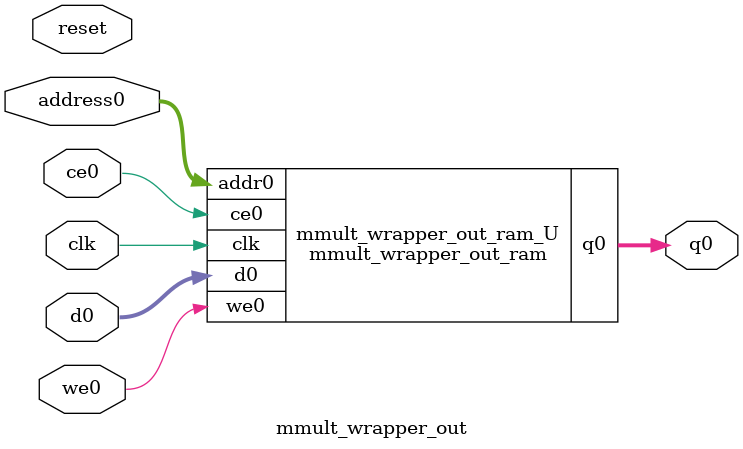
<source format=v>
`timescale 1 ns / 1 ps
module mmult_wrapper_out_ram (addr0, ce0, d0, we0, q0,  clk);

parameter DWIDTH = 32;
parameter AWIDTH = 12;
parameter MEM_SIZE = 4096;

input[AWIDTH-1:0] addr0;
input ce0;
input[DWIDTH-1:0] d0;
input we0;
output reg[DWIDTH-1:0] q0;
input clk;

reg [DWIDTH-1:0] ram[0:MEM_SIZE-1];




always @(posedge clk)  
begin 
    if (ce0) begin
        if (we0) 
            ram[addr0] <= d0; 
        q0 <= ram[addr0];
    end
end


endmodule

`timescale 1 ns / 1 ps
module mmult_wrapper_out(
    reset,
    clk,
    address0,
    ce0,
    we0,
    d0,
    q0);

parameter DataWidth = 32'd32;
parameter AddressRange = 32'd4096;
parameter AddressWidth = 32'd12;
input reset;
input clk;
input[AddressWidth - 1:0] address0;
input ce0;
input we0;
input[DataWidth - 1:0] d0;
output[DataWidth - 1:0] q0;



mmult_wrapper_out_ram mmult_wrapper_out_ram_U(
    .clk( clk ),
    .addr0( address0 ),
    .ce0( ce0 ),
    .we0( we0 ),
    .d0( d0 ),
    .q0( q0 ));

endmodule


</source>
